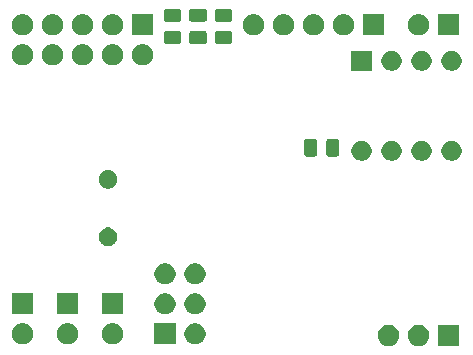
<source format=gbr>
G04 #@! TF.GenerationSoftware,KiCad,Pcbnew,5.1.5*
G04 #@! TF.CreationDate,2020-04-28T14:05:52+02:00*
G04 #@! TF.ProjectId,avr-wave,6176722d-7761-4766-952e-6b696361645f,2*
G04 #@! TF.SameCoordinates,Original*
G04 #@! TF.FileFunction,Soldermask,Bot*
G04 #@! TF.FilePolarity,Negative*
%FSLAX46Y46*%
G04 Gerber Fmt 4.6, Leading zero omitted, Abs format (unit mm)*
G04 Created by KiCad (PCBNEW 5.1.5) date 2020-04-28 14:05:52*
%MOMM*%
%LPD*%
G04 APERTURE LIST*
%ADD10C,0.100000*%
G04 APERTURE END LIST*
D10*
G36*
X153021512Y-87241927D02*
G01*
X153170812Y-87271624D01*
X153334784Y-87339544D01*
X153482354Y-87438147D01*
X153607853Y-87563646D01*
X153706456Y-87711216D01*
X153774376Y-87875188D01*
X153809000Y-88049259D01*
X153809000Y-88226741D01*
X153774376Y-88400812D01*
X153706456Y-88564784D01*
X153607853Y-88712354D01*
X153482354Y-88837853D01*
X153334784Y-88936456D01*
X153170812Y-89004376D01*
X153021512Y-89034073D01*
X152996742Y-89039000D01*
X152819258Y-89039000D01*
X152794488Y-89034073D01*
X152645188Y-89004376D01*
X152481216Y-88936456D01*
X152333646Y-88837853D01*
X152208147Y-88712354D01*
X152109544Y-88564784D01*
X152041624Y-88400812D01*
X152007000Y-88226741D01*
X152007000Y-88049259D01*
X152041624Y-87875188D01*
X152109544Y-87711216D01*
X152208147Y-87563646D01*
X152333646Y-87438147D01*
X152481216Y-87339544D01*
X152645188Y-87271624D01*
X152794488Y-87241927D01*
X152819258Y-87237000D01*
X152996742Y-87237000D01*
X153021512Y-87241927D01*
G37*
G36*
X155561512Y-87241927D02*
G01*
X155710812Y-87271624D01*
X155874784Y-87339544D01*
X156022354Y-87438147D01*
X156147853Y-87563646D01*
X156246456Y-87711216D01*
X156314376Y-87875188D01*
X156349000Y-88049259D01*
X156349000Y-88226741D01*
X156314376Y-88400812D01*
X156246456Y-88564784D01*
X156147853Y-88712354D01*
X156022354Y-88837853D01*
X155874784Y-88936456D01*
X155710812Y-89004376D01*
X155561512Y-89034073D01*
X155536742Y-89039000D01*
X155359258Y-89039000D01*
X155334488Y-89034073D01*
X155185188Y-89004376D01*
X155021216Y-88936456D01*
X154873646Y-88837853D01*
X154748147Y-88712354D01*
X154649544Y-88564784D01*
X154581624Y-88400812D01*
X154547000Y-88226741D01*
X154547000Y-88049259D01*
X154581624Y-87875188D01*
X154649544Y-87711216D01*
X154748147Y-87563646D01*
X154873646Y-87438147D01*
X155021216Y-87339544D01*
X155185188Y-87271624D01*
X155334488Y-87241927D01*
X155359258Y-87237000D01*
X155536742Y-87237000D01*
X155561512Y-87241927D01*
G37*
G36*
X158889000Y-89039000D02*
G01*
X157087000Y-89039000D01*
X157087000Y-87237000D01*
X158889000Y-87237000D01*
X158889000Y-89039000D01*
G37*
G36*
X129653512Y-87114927D02*
G01*
X129802812Y-87144624D01*
X129966784Y-87212544D01*
X130114354Y-87311147D01*
X130239853Y-87436646D01*
X130338456Y-87584216D01*
X130406376Y-87748188D01*
X130441000Y-87922259D01*
X130441000Y-88099741D01*
X130406376Y-88273812D01*
X130338456Y-88437784D01*
X130239853Y-88585354D01*
X130114354Y-88710853D01*
X129966784Y-88809456D01*
X129802812Y-88877376D01*
X129653512Y-88907073D01*
X129628742Y-88912000D01*
X129451258Y-88912000D01*
X129426488Y-88907073D01*
X129277188Y-88877376D01*
X129113216Y-88809456D01*
X128965646Y-88710853D01*
X128840147Y-88585354D01*
X128741544Y-88437784D01*
X128673624Y-88273812D01*
X128639000Y-88099741D01*
X128639000Y-87922259D01*
X128673624Y-87748188D01*
X128741544Y-87584216D01*
X128840147Y-87436646D01*
X128965646Y-87311147D01*
X129113216Y-87212544D01*
X129277188Y-87144624D01*
X129426488Y-87114927D01*
X129451258Y-87110000D01*
X129628742Y-87110000D01*
X129653512Y-87114927D01*
G37*
G36*
X125843512Y-87114927D02*
G01*
X125992812Y-87144624D01*
X126156784Y-87212544D01*
X126304354Y-87311147D01*
X126429853Y-87436646D01*
X126528456Y-87584216D01*
X126596376Y-87748188D01*
X126631000Y-87922259D01*
X126631000Y-88099741D01*
X126596376Y-88273812D01*
X126528456Y-88437784D01*
X126429853Y-88585354D01*
X126304354Y-88710853D01*
X126156784Y-88809456D01*
X125992812Y-88877376D01*
X125843512Y-88907073D01*
X125818742Y-88912000D01*
X125641258Y-88912000D01*
X125616488Y-88907073D01*
X125467188Y-88877376D01*
X125303216Y-88809456D01*
X125155646Y-88710853D01*
X125030147Y-88585354D01*
X124931544Y-88437784D01*
X124863624Y-88273812D01*
X124829000Y-88099741D01*
X124829000Y-87922259D01*
X124863624Y-87748188D01*
X124931544Y-87584216D01*
X125030147Y-87436646D01*
X125155646Y-87311147D01*
X125303216Y-87212544D01*
X125467188Y-87144624D01*
X125616488Y-87114927D01*
X125641258Y-87110000D01*
X125818742Y-87110000D01*
X125843512Y-87114927D01*
G37*
G36*
X122033512Y-87114927D02*
G01*
X122182812Y-87144624D01*
X122346784Y-87212544D01*
X122494354Y-87311147D01*
X122619853Y-87436646D01*
X122718456Y-87584216D01*
X122786376Y-87748188D01*
X122821000Y-87922259D01*
X122821000Y-88099741D01*
X122786376Y-88273812D01*
X122718456Y-88437784D01*
X122619853Y-88585354D01*
X122494354Y-88710853D01*
X122346784Y-88809456D01*
X122182812Y-88877376D01*
X122033512Y-88907073D01*
X122008742Y-88912000D01*
X121831258Y-88912000D01*
X121806488Y-88907073D01*
X121657188Y-88877376D01*
X121493216Y-88809456D01*
X121345646Y-88710853D01*
X121220147Y-88585354D01*
X121121544Y-88437784D01*
X121053624Y-88273812D01*
X121019000Y-88099741D01*
X121019000Y-87922259D01*
X121053624Y-87748188D01*
X121121544Y-87584216D01*
X121220147Y-87436646D01*
X121345646Y-87311147D01*
X121493216Y-87212544D01*
X121657188Y-87144624D01*
X121806488Y-87114927D01*
X121831258Y-87110000D01*
X122008742Y-87110000D01*
X122033512Y-87114927D01*
G37*
G36*
X134886000Y-88912000D02*
G01*
X133084000Y-88912000D01*
X133084000Y-87110000D01*
X134886000Y-87110000D01*
X134886000Y-88912000D01*
G37*
G36*
X136638512Y-87114927D02*
G01*
X136787812Y-87144624D01*
X136951784Y-87212544D01*
X137099354Y-87311147D01*
X137224853Y-87436646D01*
X137323456Y-87584216D01*
X137391376Y-87748188D01*
X137426000Y-87922259D01*
X137426000Y-88099741D01*
X137391376Y-88273812D01*
X137323456Y-88437784D01*
X137224853Y-88585354D01*
X137099354Y-88710853D01*
X136951784Y-88809456D01*
X136787812Y-88877376D01*
X136638512Y-88907073D01*
X136613742Y-88912000D01*
X136436258Y-88912000D01*
X136411488Y-88907073D01*
X136262188Y-88877376D01*
X136098216Y-88809456D01*
X135950646Y-88710853D01*
X135825147Y-88585354D01*
X135726544Y-88437784D01*
X135658624Y-88273812D01*
X135624000Y-88099741D01*
X135624000Y-87922259D01*
X135658624Y-87748188D01*
X135726544Y-87584216D01*
X135825147Y-87436646D01*
X135950646Y-87311147D01*
X136098216Y-87212544D01*
X136262188Y-87144624D01*
X136411488Y-87114927D01*
X136436258Y-87110000D01*
X136613742Y-87110000D01*
X136638512Y-87114927D01*
G37*
G36*
X126631000Y-86372000D02*
G01*
X124829000Y-86372000D01*
X124829000Y-84570000D01*
X126631000Y-84570000D01*
X126631000Y-86372000D01*
G37*
G36*
X130441000Y-86372000D02*
G01*
X128639000Y-86372000D01*
X128639000Y-84570000D01*
X130441000Y-84570000D01*
X130441000Y-86372000D01*
G37*
G36*
X134098512Y-84574927D02*
G01*
X134247812Y-84604624D01*
X134411784Y-84672544D01*
X134559354Y-84771147D01*
X134684853Y-84896646D01*
X134783456Y-85044216D01*
X134851376Y-85208188D01*
X134886000Y-85382259D01*
X134886000Y-85559741D01*
X134851376Y-85733812D01*
X134783456Y-85897784D01*
X134684853Y-86045354D01*
X134559354Y-86170853D01*
X134411784Y-86269456D01*
X134247812Y-86337376D01*
X134098512Y-86367073D01*
X134073742Y-86372000D01*
X133896258Y-86372000D01*
X133871488Y-86367073D01*
X133722188Y-86337376D01*
X133558216Y-86269456D01*
X133410646Y-86170853D01*
X133285147Y-86045354D01*
X133186544Y-85897784D01*
X133118624Y-85733812D01*
X133084000Y-85559741D01*
X133084000Y-85382259D01*
X133118624Y-85208188D01*
X133186544Y-85044216D01*
X133285147Y-84896646D01*
X133410646Y-84771147D01*
X133558216Y-84672544D01*
X133722188Y-84604624D01*
X133871488Y-84574927D01*
X133896258Y-84570000D01*
X134073742Y-84570000D01*
X134098512Y-84574927D01*
G37*
G36*
X136638512Y-84574927D02*
G01*
X136787812Y-84604624D01*
X136951784Y-84672544D01*
X137099354Y-84771147D01*
X137224853Y-84896646D01*
X137323456Y-85044216D01*
X137391376Y-85208188D01*
X137426000Y-85382259D01*
X137426000Y-85559741D01*
X137391376Y-85733812D01*
X137323456Y-85897784D01*
X137224853Y-86045354D01*
X137099354Y-86170853D01*
X136951784Y-86269456D01*
X136787812Y-86337376D01*
X136638512Y-86367073D01*
X136613742Y-86372000D01*
X136436258Y-86372000D01*
X136411488Y-86367073D01*
X136262188Y-86337376D01*
X136098216Y-86269456D01*
X135950646Y-86170853D01*
X135825147Y-86045354D01*
X135726544Y-85897784D01*
X135658624Y-85733812D01*
X135624000Y-85559741D01*
X135624000Y-85382259D01*
X135658624Y-85208188D01*
X135726544Y-85044216D01*
X135825147Y-84896646D01*
X135950646Y-84771147D01*
X136098216Y-84672544D01*
X136262188Y-84604624D01*
X136411488Y-84574927D01*
X136436258Y-84570000D01*
X136613742Y-84570000D01*
X136638512Y-84574927D01*
G37*
G36*
X122821000Y-86372000D02*
G01*
X121019000Y-86372000D01*
X121019000Y-84570000D01*
X122821000Y-84570000D01*
X122821000Y-86372000D01*
G37*
G36*
X136638512Y-82034927D02*
G01*
X136787812Y-82064624D01*
X136951784Y-82132544D01*
X137099354Y-82231147D01*
X137224853Y-82356646D01*
X137323456Y-82504216D01*
X137391376Y-82668188D01*
X137426000Y-82842259D01*
X137426000Y-83019741D01*
X137391376Y-83193812D01*
X137323456Y-83357784D01*
X137224853Y-83505354D01*
X137099354Y-83630853D01*
X136951784Y-83729456D01*
X136787812Y-83797376D01*
X136638512Y-83827073D01*
X136613742Y-83832000D01*
X136436258Y-83832000D01*
X136411488Y-83827073D01*
X136262188Y-83797376D01*
X136098216Y-83729456D01*
X135950646Y-83630853D01*
X135825147Y-83505354D01*
X135726544Y-83357784D01*
X135658624Y-83193812D01*
X135624000Y-83019741D01*
X135624000Y-82842259D01*
X135658624Y-82668188D01*
X135726544Y-82504216D01*
X135825147Y-82356646D01*
X135950646Y-82231147D01*
X136098216Y-82132544D01*
X136262188Y-82064624D01*
X136411488Y-82034927D01*
X136436258Y-82030000D01*
X136613742Y-82030000D01*
X136638512Y-82034927D01*
G37*
G36*
X134098512Y-82034927D02*
G01*
X134247812Y-82064624D01*
X134411784Y-82132544D01*
X134559354Y-82231147D01*
X134684853Y-82356646D01*
X134783456Y-82504216D01*
X134851376Y-82668188D01*
X134886000Y-82842259D01*
X134886000Y-83019741D01*
X134851376Y-83193812D01*
X134783456Y-83357784D01*
X134684853Y-83505354D01*
X134559354Y-83630853D01*
X134411784Y-83729456D01*
X134247812Y-83797376D01*
X134098512Y-83827073D01*
X134073742Y-83832000D01*
X133896258Y-83832000D01*
X133871488Y-83827073D01*
X133722188Y-83797376D01*
X133558216Y-83729456D01*
X133410646Y-83630853D01*
X133285147Y-83505354D01*
X133186544Y-83357784D01*
X133118624Y-83193812D01*
X133084000Y-83019741D01*
X133084000Y-82842259D01*
X133118624Y-82668188D01*
X133186544Y-82504216D01*
X133285147Y-82356646D01*
X133410646Y-82231147D01*
X133558216Y-82132544D01*
X133722188Y-82064624D01*
X133871488Y-82034927D01*
X133896258Y-82030000D01*
X134073742Y-82030000D01*
X134098512Y-82034927D01*
G37*
G36*
X129392642Y-79039781D02*
G01*
X129538414Y-79100162D01*
X129538416Y-79100163D01*
X129669608Y-79187822D01*
X129781178Y-79299392D01*
X129868837Y-79430584D01*
X129868838Y-79430586D01*
X129929219Y-79576358D01*
X129960000Y-79731107D01*
X129960000Y-79888893D01*
X129929219Y-80043642D01*
X129868838Y-80189414D01*
X129868837Y-80189416D01*
X129781178Y-80320608D01*
X129669608Y-80432178D01*
X129538416Y-80519837D01*
X129538415Y-80519838D01*
X129538414Y-80519838D01*
X129392642Y-80580219D01*
X129237893Y-80611000D01*
X129080107Y-80611000D01*
X128925358Y-80580219D01*
X128779586Y-80519838D01*
X128779585Y-80519838D01*
X128779584Y-80519837D01*
X128648392Y-80432178D01*
X128536822Y-80320608D01*
X128449163Y-80189416D01*
X128449162Y-80189414D01*
X128388781Y-80043642D01*
X128358000Y-79888893D01*
X128358000Y-79731107D01*
X128388781Y-79576358D01*
X128449162Y-79430586D01*
X128449163Y-79430584D01*
X128536822Y-79299392D01*
X128648392Y-79187822D01*
X128779584Y-79100163D01*
X128779586Y-79100162D01*
X128925358Y-79039781D01*
X129080107Y-79009000D01*
X129237893Y-79009000D01*
X129392642Y-79039781D01*
G37*
G36*
X129392642Y-74159781D02*
G01*
X129538414Y-74220162D01*
X129538416Y-74220163D01*
X129669608Y-74307822D01*
X129781178Y-74419392D01*
X129868837Y-74550584D01*
X129868838Y-74550586D01*
X129929219Y-74696358D01*
X129960000Y-74851107D01*
X129960000Y-75008893D01*
X129929219Y-75163642D01*
X129868838Y-75309414D01*
X129868837Y-75309416D01*
X129781178Y-75440608D01*
X129669608Y-75552178D01*
X129538416Y-75639837D01*
X129538415Y-75639838D01*
X129538414Y-75639838D01*
X129392642Y-75700219D01*
X129237893Y-75731000D01*
X129080107Y-75731000D01*
X128925358Y-75700219D01*
X128779586Y-75639838D01*
X128779585Y-75639838D01*
X128779584Y-75639837D01*
X128648392Y-75552178D01*
X128536822Y-75440608D01*
X128449163Y-75309416D01*
X128449162Y-75309414D01*
X128388781Y-75163642D01*
X128358000Y-75008893D01*
X128358000Y-74851107D01*
X128388781Y-74696358D01*
X128449162Y-74550586D01*
X128449163Y-74550584D01*
X128536822Y-74419392D01*
X128648392Y-74307822D01*
X128779584Y-74220163D01*
X128779586Y-74220162D01*
X128925358Y-74159781D01*
X129080107Y-74129000D01*
X129237893Y-74129000D01*
X129392642Y-74159781D01*
G37*
G36*
X158490228Y-71698703D02*
G01*
X158645100Y-71762853D01*
X158784481Y-71855985D01*
X158903015Y-71974519D01*
X158996147Y-72113900D01*
X159060297Y-72268772D01*
X159093000Y-72433184D01*
X159093000Y-72600816D01*
X159060297Y-72765228D01*
X158996147Y-72920100D01*
X158903015Y-73059481D01*
X158784481Y-73178015D01*
X158645100Y-73271147D01*
X158490228Y-73335297D01*
X158325816Y-73368000D01*
X158158184Y-73368000D01*
X157993772Y-73335297D01*
X157838900Y-73271147D01*
X157699519Y-73178015D01*
X157580985Y-73059481D01*
X157487853Y-72920100D01*
X157423703Y-72765228D01*
X157391000Y-72600816D01*
X157391000Y-72433184D01*
X157423703Y-72268772D01*
X157487853Y-72113900D01*
X157580985Y-71974519D01*
X157699519Y-71855985D01*
X157838900Y-71762853D01*
X157993772Y-71698703D01*
X158158184Y-71666000D01*
X158325816Y-71666000D01*
X158490228Y-71698703D01*
G37*
G36*
X155950228Y-71698703D02*
G01*
X156105100Y-71762853D01*
X156244481Y-71855985D01*
X156363015Y-71974519D01*
X156456147Y-72113900D01*
X156520297Y-72268772D01*
X156553000Y-72433184D01*
X156553000Y-72600816D01*
X156520297Y-72765228D01*
X156456147Y-72920100D01*
X156363015Y-73059481D01*
X156244481Y-73178015D01*
X156105100Y-73271147D01*
X155950228Y-73335297D01*
X155785816Y-73368000D01*
X155618184Y-73368000D01*
X155453772Y-73335297D01*
X155298900Y-73271147D01*
X155159519Y-73178015D01*
X155040985Y-73059481D01*
X154947853Y-72920100D01*
X154883703Y-72765228D01*
X154851000Y-72600816D01*
X154851000Y-72433184D01*
X154883703Y-72268772D01*
X154947853Y-72113900D01*
X155040985Y-71974519D01*
X155159519Y-71855985D01*
X155298900Y-71762853D01*
X155453772Y-71698703D01*
X155618184Y-71666000D01*
X155785816Y-71666000D01*
X155950228Y-71698703D01*
G37*
G36*
X153410228Y-71698703D02*
G01*
X153565100Y-71762853D01*
X153704481Y-71855985D01*
X153823015Y-71974519D01*
X153916147Y-72113900D01*
X153980297Y-72268772D01*
X154013000Y-72433184D01*
X154013000Y-72600816D01*
X153980297Y-72765228D01*
X153916147Y-72920100D01*
X153823015Y-73059481D01*
X153704481Y-73178015D01*
X153565100Y-73271147D01*
X153410228Y-73335297D01*
X153245816Y-73368000D01*
X153078184Y-73368000D01*
X152913772Y-73335297D01*
X152758900Y-73271147D01*
X152619519Y-73178015D01*
X152500985Y-73059481D01*
X152407853Y-72920100D01*
X152343703Y-72765228D01*
X152311000Y-72600816D01*
X152311000Y-72433184D01*
X152343703Y-72268772D01*
X152407853Y-72113900D01*
X152500985Y-71974519D01*
X152619519Y-71855985D01*
X152758900Y-71762853D01*
X152913772Y-71698703D01*
X153078184Y-71666000D01*
X153245816Y-71666000D01*
X153410228Y-71698703D01*
G37*
G36*
X150870228Y-71698703D02*
G01*
X151025100Y-71762853D01*
X151164481Y-71855985D01*
X151283015Y-71974519D01*
X151376147Y-72113900D01*
X151440297Y-72268772D01*
X151473000Y-72433184D01*
X151473000Y-72600816D01*
X151440297Y-72765228D01*
X151376147Y-72920100D01*
X151283015Y-73059481D01*
X151164481Y-73178015D01*
X151025100Y-73271147D01*
X150870228Y-73335297D01*
X150705816Y-73368000D01*
X150538184Y-73368000D01*
X150373772Y-73335297D01*
X150218900Y-73271147D01*
X150079519Y-73178015D01*
X149960985Y-73059481D01*
X149867853Y-72920100D01*
X149803703Y-72765228D01*
X149771000Y-72600816D01*
X149771000Y-72433184D01*
X149803703Y-72268772D01*
X149867853Y-72113900D01*
X149960985Y-71974519D01*
X150079519Y-71855985D01*
X150218900Y-71762853D01*
X150373772Y-71698703D01*
X150538184Y-71666000D01*
X150705816Y-71666000D01*
X150870228Y-71698703D01*
G37*
G36*
X146684468Y-71503565D02*
G01*
X146723138Y-71515296D01*
X146758777Y-71534346D01*
X146790017Y-71559983D01*
X146815654Y-71591223D01*
X146834704Y-71626862D01*
X146846435Y-71665532D01*
X146851000Y-71711888D01*
X146851000Y-72788112D01*
X146846435Y-72834468D01*
X146834704Y-72873138D01*
X146815654Y-72908777D01*
X146790017Y-72940017D01*
X146758777Y-72965654D01*
X146723138Y-72984704D01*
X146684468Y-72996435D01*
X146638112Y-73001000D01*
X145986888Y-73001000D01*
X145940532Y-72996435D01*
X145901862Y-72984704D01*
X145866223Y-72965654D01*
X145834983Y-72940017D01*
X145809346Y-72908777D01*
X145790296Y-72873138D01*
X145778565Y-72834468D01*
X145774000Y-72788112D01*
X145774000Y-71711888D01*
X145778565Y-71665532D01*
X145790296Y-71626862D01*
X145809346Y-71591223D01*
X145834983Y-71559983D01*
X145866223Y-71534346D01*
X145901862Y-71515296D01*
X145940532Y-71503565D01*
X145986888Y-71499000D01*
X146638112Y-71499000D01*
X146684468Y-71503565D01*
G37*
G36*
X148559468Y-71503565D02*
G01*
X148598138Y-71515296D01*
X148633777Y-71534346D01*
X148665017Y-71559983D01*
X148690654Y-71591223D01*
X148709704Y-71626862D01*
X148721435Y-71665532D01*
X148726000Y-71711888D01*
X148726000Y-72788112D01*
X148721435Y-72834468D01*
X148709704Y-72873138D01*
X148690654Y-72908777D01*
X148665017Y-72940017D01*
X148633777Y-72965654D01*
X148598138Y-72984704D01*
X148559468Y-72996435D01*
X148513112Y-73001000D01*
X147861888Y-73001000D01*
X147815532Y-72996435D01*
X147776862Y-72984704D01*
X147741223Y-72965654D01*
X147709983Y-72940017D01*
X147684346Y-72908777D01*
X147665296Y-72873138D01*
X147653565Y-72834468D01*
X147649000Y-72788112D01*
X147649000Y-71711888D01*
X147653565Y-71665532D01*
X147665296Y-71626862D01*
X147684346Y-71591223D01*
X147709983Y-71559983D01*
X147741223Y-71534346D01*
X147776862Y-71515296D01*
X147815532Y-71503565D01*
X147861888Y-71499000D01*
X148513112Y-71499000D01*
X148559468Y-71503565D01*
G37*
G36*
X158490228Y-64078703D02*
G01*
X158645100Y-64142853D01*
X158784481Y-64235985D01*
X158903015Y-64354519D01*
X158996147Y-64493900D01*
X159060297Y-64648772D01*
X159093000Y-64813184D01*
X159093000Y-64980816D01*
X159060297Y-65145228D01*
X158996147Y-65300100D01*
X158903015Y-65439481D01*
X158784481Y-65558015D01*
X158645100Y-65651147D01*
X158490228Y-65715297D01*
X158325816Y-65748000D01*
X158158184Y-65748000D01*
X157993772Y-65715297D01*
X157838900Y-65651147D01*
X157699519Y-65558015D01*
X157580985Y-65439481D01*
X157487853Y-65300100D01*
X157423703Y-65145228D01*
X157391000Y-64980816D01*
X157391000Y-64813184D01*
X157423703Y-64648772D01*
X157487853Y-64493900D01*
X157580985Y-64354519D01*
X157699519Y-64235985D01*
X157838900Y-64142853D01*
X157993772Y-64078703D01*
X158158184Y-64046000D01*
X158325816Y-64046000D01*
X158490228Y-64078703D01*
G37*
G36*
X151473000Y-65748000D02*
G01*
X149771000Y-65748000D01*
X149771000Y-64046000D01*
X151473000Y-64046000D01*
X151473000Y-65748000D01*
G37*
G36*
X153410228Y-64078703D02*
G01*
X153565100Y-64142853D01*
X153704481Y-64235985D01*
X153823015Y-64354519D01*
X153916147Y-64493900D01*
X153980297Y-64648772D01*
X154013000Y-64813184D01*
X154013000Y-64980816D01*
X153980297Y-65145228D01*
X153916147Y-65300100D01*
X153823015Y-65439481D01*
X153704481Y-65558015D01*
X153565100Y-65651147D01*
X153410228Y-65715297D01*
X153245816Y-65748000D01*
X153078184Y-65748000D01*
X152913772Y-65715297D01*
X152758900Y-65651147D01*
X152619519Y-65558015D01*
X152500985Y-65439481D01*
X152407853Y-65300100D01*
X152343703Y-65145228D01*
X152311000Y-64980816D01*
X152311000Y-64813184D01*
X152343703Y-64648772D01*
X152407853Y-64493900D01*
X152500985Y-64354519D01*
X152619519Y-64235985D01*
X152758900Y-64142853D01*
X152913772Y-64078703D01*
X153078184Y-64046000D01*
X153245816Y-64046000D01*
X153410228Y-64078703D01*
G37*
G36*
X155950228Y-64078703D02*
G01*
X156105100Y-64142853D01*
X156244481Y-64235985D01*
X156363015Y-64354519D01*
X156456147Y-64493900D01*
X156520297Y-64648772D01*
X156553000Y-64813184D01*
X156553000Y-64980816D01*
X156520297Y-65145228D01*
X156456147Y-65300100D01*
X156363015Y-65439481D01*
X156244481Y-65558015D01*
X156105100Y-65651147D01*
X155950228Y-65715297D01*
X155785816Y-65748000D01*
X155618184Y-65748000D01*
X155453772Y-65715297D01*
X155298900Y-65651147D01*
X155159519Y-65558015D01*
X155040985Y-65439481D01*
X154947853Y-65300100D01*
X154883703Y-65145228D01*
X154851000Y-64980816D01*
X154851000Y-64813184D01*
X154883703Y-64648772D01*
X154947853Y-64493900D01*
X155040985Y-64354519D01*
X155159519Y-64235985D01*
X155298900Y-64142853D01*
X155453772Y-64078703D01*
X155618184Y-64046000D01*
X155785816Y-64046000D01*
X155950228Y-64078703D01*
G37*
G36*
X129653512Y-63492927D02*
G01*
X129802812Y-63522624D01*
X129966784Y-63590544D01*
X130114354Y-63689147D01*
X130239853Y-63814646D01*
X130338456Y-63962216D01*
X130406376Y-64126188D01*
X130441000Y-64300259D01*
X130441000Y-64477741D01*
X130406376Y-64651812D01*
X130338456Y-64815784D01*
X130239853Y-64963354D01*
X130114354Y-65088853D01*
X129966784Y-65187456D01*
X129802812Y-65255376D01*
X129653512Y-65285073D01*
X129628742Y-65290000D01*
X129451258Y-65290000D01*
X129426488Y-65285073D01*
X129277188Y-65255376D01*
X129113216Y-65187456D01*
X128965646Y-65088853D01*
X128840147Y-64963354D01*
X128741544Y-64815784D01*
X128673624Y-64651812D01*
X128639000Y-64477741D01*
X128639000Y-64300259D01*
X128673624Y-64126188D01*
X128741544Y-63962216D01*
X128840147Y-63814646D01*
X128965646Y-63689147D01*
X129113216Y-63590544D01*
X129277188Y-63522624D01*
X129426488Y-63492927D01*
X129451258Y-63488000D01*
X129628742Y-63488000D01*
X129653512Y-63492927D01*
G37*
G36*
X132193512Y-63492927D02*
G01*
X132342812Y-63522624D01*
X132506784Y-63590544D01*
X132654354Y-63689147D01*
X132779853Y-63814646D01*
X132878456Y-63962216D01*
X132946376Y-64126188D01*
X132981000Y-64300259D01*
X132981000Y-64477741D01*
X132946376Y-64651812D01*
X132878456Y-64815784D01*
X132779853Y-64963354D01*
X132654354Y-65088853D01*
X132506784Y-65187456D01*
X132342812Y-65255376D01*
X132193512Y-65285073D01*
X132168742Y-65290000D01*
X131991258Y-65290000D01*
X131966488Y-65285073D01*
X131817188Y-65255376D01*
X131653216Y-65187456D01*
X131505646Y-65088853D01*
X131380147Y-64963354D01*
X131281544Y-64815784D01*
X131213624Y-64651812D01*
X131179000Y-64477741D01*
X131179000Y-64300259D01*
X131213624Y-64126188D01*
X131281544Y-63962216D01*
X131380147Y-63814646D01*
X131505646Y-63689147D01*
X131653216Y-63590544D01*
X131817188Y-63522624D01*
X131966488Y-63492927D01*
X131991258Y-63488000D01*
X132168742Y-63488000D01*
X132193512Y-63492927D01*
G37*
G36*
X122033512Y-63492927D02*
G01*
X122182812Y-63522624D01*
X122346784Y-63590544D01*
X122494354Y-63689147D01*
X122619853Y-63814646D01*
X122718456Y-63962216D01*
X122786376Y-64126188D01*
X122821000Y-64300259D01*
X122821000Y-64477741D01*
X122786376Y-64651812D01*
X122718456Y-64815784D01*
X122619853Y-64963354D01*
X122494354Y-65088853D01*
X122346784Y-65187456D01*
X122182812Y-65255376D01*
X122033512Y-65285073D01*
X122008742Y-65290000D01*
X121831258Y-65290000D01*
X121806488Y-65285073D01*
X121657188Y-65255376D01*
X121493216Y-65187456D01*
X121345646Y-65088853D01*
X121220147Y-64963354D01*
X121121544Y-64815784D01*
X121053624Y-64651812D01*
X121019000Y-64477741D01*
X121019000Y-64300259D01*
X121053624Y-64126188D01*
X121121544Y-63962216D01*
X121220147Y-63814646D01*
X121345646Y-63689147D01*
X121493216Y-63590544D01*
X121657188Y-63522624D01*
X121806488Y-63492927D01*
X121831258Y-63488000D01*
X122008742Y-63488000D01*
X122033512Y-63492927D01*
G37*
G36*
X127113512Y-63492927D02*
G01*
X127262812Y-63522624D01*
X127426784Y-63590544D01*
X127574354Y-63689147D01*
X127699853Y-63814646D01*
X127798456Y-63962216D01*
X127866376Y-64126188D01*
X127901000Y-64300259D01*
X127901000Y-64477741D01*
X127866376Y-64651812D01*
X127798456Y-64815784D01*
X127699853Y-64963354D01*
X127574354Y-65088853D01*
X127426784Y-65187456D01*
X127262812Y-65255376D01*
X127113512Y-65285073D01*
X127088742Y-65290000D01*
X126911258Y-65290000D01*
X126886488Y-65285073D01*
X126737188Y-65255376D01*
X126573216Y-65187456D01*
X126425646Y-65088853D01*
X126300147Y-64963354D01*
X126201544Y-64815784D01*
X126133624Y-64651812D01*
X126099000Y-64477741D01*
X126099000Y-64300259D01*
X126133624Y-64126188D01*
X126201544Y-63962216D01*
X126300147Y-63814646D01*
X126425646Y-63689147D01*
X126573216Y-63590544D01*
X126737188Y-63522624D01*
X126886488Y-63492927D01*
X126911258Y-63488000D01*
X127088742Y-63488000D01*
X127113512Y-63492927D01*
G37*
G36*
X124573512Y-63492927D02*
G01*
X124722812Y-63522624D01*
X124886784Y-63590544D01*
X125034354Y-63689147D01*
X125159853Y-63814646D01*
X125258456Y-63962216D01*
X125326376Y-64126188D01*
X125361000Y-64300259D01*
X125361000Y-64477741D01*
X125326376Y-64651812D01*
X125258456Y-64815784D01*
X125159853Y-64963354D01*
X125034354Y-65088853D01*
X124886784Y-65187456D01*
X124722812Y-65255376D01*
X124573512Y-65285073D01*
X124548742Y-65290000D01*
X124371258Y-65290000D01*
X124346488Y-65285073D01*
X124197188Y-65255376D01*
X124033216Y-65187456D01*
X123885646Y-65088853D01*
X123760147Y-64963354D01*
X123661544Y-64815784D01*
X123593624Y-64651812D01*
X123559000Y-64477741D01*
X123559000Y-64300259D01*
X123593624Y-64126188D01*
X123661544Y-63962216D01*
X123760147Y-63814646D01*
X123885646Y-63689147D01*
X124033216Y-63590544D01*
X124197188Y-63522624D01*
X124346488Y-63492927D01*
X124371258Y-63488000D01*
X124548742Y-63488000D01*
X124573512Y-63492927D01*
G37*
G36*
X135204468Y-62379565D02*
G01*
X135243138Y-62391296D01*
X135278777Y-62410346D01*
X135310017Y-62435983D01*
X135335654Y-62467223D01*
X135354704Y-62502862D01*
X135366435Y-62541532D01*
X135371000Y-62587888D01*
X135371000Y-63239112D01*
X135366435Y-63285468D01*
X135354704Y-63324138D01*
X135335654Y-63359777D01*
X135310017Y-63391017D01*
X135278777Y-63416654D01*
X135243138Y-63435704D01*
X135204468Y-63447435D01*
X135158112Y-63452000D01*
X134081888Y-63452000D01*
X134035532Y-63447435D01*
X133996862Y-63435704D01*
X133961223Y-63416654D01*
X133929983Y-63391017D01*
X133904346Y-63359777D01*
X133885296Y-63324138D01*
X133873565Y-63285468D01*
X133869000Y-63239112D01*
X133869000Y-62587888D01*
X133873565Y-62541532D01*
X133885296Y-62502862D01*
X133904346Y-62467223D01*
X133929983Y-62435983D01*
X133961223Y-62410346D01*
X133996862Y-62391296D01*
X134035532Y-62379565D01*
X134081888Y-62375000D01*
X135158112Y-62375000D01*
X135204468Y-62379565D01*
G37*
G36*
X137363468Y-62379565D02*
G01*
X137402138Y-62391296D01*
X137437777Y-62410346D01*
X137469017Y-62435983D01*
X137494654Y-62467223D01*
X137513704Y-62502862D01*
X137525435Y-62541532D01*
X137530000Y-62587888D01*
X137530000Y-63239112D01*
X137525435Y-63285468D01*
X137513704Y-63324138D01*
X137494654Y-63359777D01*
X137469017Y-63391017D01*
X137437777Y-63416654D01*
X137402138Y-63435704D01*
X137363468Y-63447435D01*
X137317112Y-63452000D01*
X136240888Y-63452000D01*
X136194532Y-63447435D01*
X136155862Y-63435704D01*
X136120223Y-63416654D01*
X136088983Y-63391017D01*
X136063346Y-63359777D01*
X136044296Y-63324138D01*
X136032565Y-63285468D01*
X136028000Y-63239112D01*
X136028000Y-62587888D01*
X136032565Y-62541532D01*
X136044296Y-62502862D01*
X136063346Y-62467223D01*
X136088983Y-62435983D01*
X136120223Y-62410346D01*
X136155862Y-62391296D01*
X136194532Y-62379565D01*
X136240888Y-62375000D01*
X137317112Y-62375000D01*
X137363468Y-62379565D01*
G37*
G36*
X139522468Y-62379565D02*
G01*
X139561138Y-62391296D01*
X139596777Y-62410346D01*
X139628017Y-62435983D01*
X139653654Y-62467223D01*
X139672704Y-62502862D01*
X139684435Y-62541532D01*
X139689000Y-62587888D01*
X139689000Y-63239112D01*
X139684435Y-63285468D01*
X139672704Y-63324138D01*
X139653654Y-63359777D01*
X139628017Y-63391017D01*
X139596777Y-63416654D01*
X139561138Y-63435704D01*
X139522468Y-63447435D01*
X139476112Y-63452000D01*
X138399888Y-63452000D01*
X138353532Y-63447435D01*
X138314862Y-63435704D01*
X138279223Y-63416654D01*
X138247983Y-63391017D01*
X138222346Y-63359777D01*
X138203296Y-63324138D01*
X138191565Y-63285468D01*
X138187000Y-63239112D01*
X138187000Y-62587888D01*
X138191565Y-62541532D01*
X138203296Y-62502862D01*
X138222346Y-62467223D01*
X138247983Y-62435983D01*
X138279223Y-62410346D01*
X138314862Y-62391296D01*
X138353532Y-62379565D01*
X138399888Y-62375000D01*
X139476112Y-62375000D01*
X139522468Y-62379565D01*
G37*
G36*
X158889000Y-62750000D02*
G01*
X157087000Y-62750000D01*
X157087000Y-60948000D01*
X158889000Y-60948000D01*
X158889000Y-62750000D01*
G37*
G36*
X155561512Y-60952927D02*
G01*
X155710812Y-60982624D01*
X155874784Y-61050544D01*
X156022354Y-61149147D01*
X156147853Y-61274646D01*
X156246456Y-61422216D01*
X156314376Y-61586188D01*
X156349000Y-61760259D01*
X156349000Y-61937741D01*
X156314376Y-62111812D01*
X156246456Y-62275784D01*
X156147853Y-62423354D01*
X156022354Y-62548853D01*
X155874784Y-62647456D01*
X155710812Y-62715376D01*
X155561512Y-62745073D01*
X155536742Y-62750000D01*
X155359258Y-62750000D01*
X155334488Y-62745073D01*
X155185188Y-62715376D01*
X155021216Y-62647456D01*
X154873646Y-62548853D01*
X154748147Y-62423354D01*
X154649544Y-62275784D01*
X154581624Y-62111812D01*
X154547000Y-61937741D01*
X154547000Y-61760259D01*
X154581624Y-61586188D01*
X154649544Y-61422216D01*
X154748147Y-61274646D01*
X154873646Y-61149147D01*
X155021216Y-61050544D01*
X155185188Y-60982624D01*
X155334488Y-60952927D01*
X155359258Y-60948000D01*
X155536742Y-60948000D01*
X155561512Y-60952927D01*
G37*
G36*
X146671512Y-60952927D02*
G01*
X146820812Y-60982624D01*
X146984784Y-61050544D01*
X147132354Y-61149147D01*
X147257853Y-61274646D01*
X147356456Y-61422216D01*
X147424376Y-61586188D01*
X147459000Y-61760259D01*
X147459000Y-61937741D01*
X147424376Y-62111812D01*
X147356456Y-62275784D01*
X147257853Y-62423354D01*
X147132354Y-62548853D01*
X146984784Y-62647456D01*
X146820812Y-62715376D01*
X146671512Y-62745073D01*
X146646742Y-62750000D01*
X146469258Y-62750000D01*
X146444488Y-62745073D01*
X146295188Y-62715376D01*
X146131216Y-62647456D01*
X145983646Y-62548853D01*
X145858147Y-62423354D01*
X145759544Y-62275784D01*
X145691624Y-62111812D01*
X145657000Y-61937741D01*
X145657000Y-61760259D01*
X145691624Y-61586188D01*
X145759544Y-61422216D01*
X145858147Y-61274646D01*
X145983646Y-61149147D01*
X146131216Y-61050544D01*
X146295188Y-60982624D01*
X146444488Y-60952927D01*
X146469258Y-60948000D01*
X146646742Y-60948000D01*
X146671512Y-60952927D01*
G37*
G36*
X149211512Y-60952927D02*
G01*
X149360812Y-60982624D01*
X149524784Y-61050544D01*
X149672354Y-61149147D01*
X149797853Y-61274646D01*
X149896456Y-61422216D01*
X149964376Y-61586188D01*
X149999000Y-61760259D01*
X149999000Y-61937741D01*
X149964376Y-62111812D01*
X149896456Y-62275784D01*
X149797853Y-62423354D01*
X149672354Y-62548853D01*
X149524784Y-62647456D01*
X149360812Y-62715376D01*
X149211512Y-62745073D01*
X149186742Y-62750000D01*
X149009258Y-62750000D01*
X148984488Y-62745073D01*
X148835188Y-62715376D01*
X148671216Y-62647456D01*
X148523646Y-62548853D01*
X148398147Y-62423354D01*
X148299544Y-62275784D01*
X148231624Y-62111812D01*
X148197000Y-61937741D01*
X148197000Y-61760259D01*
X148231624Y-61586188D01*
X148299544Y-61422216D01*
X148398147Y-61274646D01*
X148523646Y-61149147D01*
X148671216Y-61050544D01*
X148835188Y-60982624D01*
X148984488Y-60952927D01*
X149009258Y-60948000D01*
X149186742Y-60948000D01*
X149211512Y-60952927D01*
G37*
G36*
X141591512Y-60952927D02*
G01*
X141740812Y-60982624D01*
X141904784Y-61050544D01*
X142052354Y-61149147D01*
X142177853Y-61274646D01*
X142276456Y-61422216D01*
X142344376Y-61586188D01*
X142379000Y-61760259D01*
X142379000Y-61937741D01*
X142344376Y-62111812D01*
X142276456Y-62275784D01*
X142177853Y-62423354D01*
X142052354Y-62548853D01*
X141904784Y-62647456D01*
X141740812Y-62715376D01*
X141591512Y-62745073D01*
X141566742Y-62750000D01*
X141389258Y-62750000D01*
X141364488Y-62745073D01*
X141215188Y-62715376D01*
X141051216Y-62647456D01*
X140903646Y-62548853D01*
X140778147Y-62423354D01*
X140679544Y-62275784D01*
X140611624Y-62111812D01*
X140577000Y-61937741D01*
X140577000Y-61760259D01*
X140611624Y-61586188D01*
X140679544Y-61422216D01*
X140778147Y-61274646D01*
X140903646Y-61149147D01*
X141051216Y-61050544D01*
X141215188Y-60982624D01*
X141364488Y-60952927D01*
X141389258Y-60948000D01*
X141566742Y-60948000D01*
X141591512Y-60952927D01*
G37*
G36*
X144131512Y-60952927D02*
G01*
X144280812Y-60982624D01*
X144444784Y-61050544D01*
X144592354Y-61149147D01*
X144717853Y-61274646D01*
X144816456Y-61422216D01*
X144884376Y-61586188D01*
X144919000Y-61760259D01*
X144919000Y-61937741D01*
X144884376Y-62111812D01*
X144816456Y-62275784D01*
X144717853Y-62423354D01*
X144592354Y-62548853D01*
X144444784Y-62647456D01*
X144280812Y-62715376D01*
X144131512Y-62745073D01*
X144106742Y-62750000D01*
X143929258Y-62750000D01*
X143904488Y-62745073D01*
X143755188Y-62715376D01*
X143591216Y-62647456D01*
X143443646Y-62548853D01*
X143318147Y-62423354D01*
X143219544Y-62275784D01*
X143151624Y-62111812D01*
X143117000Y-61937741D01*
X143117000Y-61760259D01*
X143151624Y-61586188D01*
X143219544Y-61422216D01*
X143318147Y-61274646D01*
X143443646Y-61149147D01*
X143591216Y-61050544D01*
X143755188Y-60982624D01*
X143904488Y-60952927D01*
X143929258Y-60948000D01*
X144106742Y-60948000D01*
X144131512Y-60952927D01*
G37*
G36*
X152539000Y-62750000D02*
G01*
X150737000Y-62750000D01*
X150737000Y-60948000D01*
X152539000Y-60948000D01*
X152539000Y-62750000D01*
G37*
G36*
X122033512Y-60952927D02*
G01*
X122182812Y-60982624D01*
X122346784Y-61050544D01*
X122494354Y-61149147D01*
X122619853Y-61274646D01*
X122718456Y-61422216D01*
X122786376Y-61586188D01*
X122821000Y-61760259D01*
X122821000Y-61937741D01*
X122786376Y-62111812D01*
X122718456Y-62275784D01*
X122619853Y-62423354D01*
X122494354Y-62548853D01*
X122346784Y-62647456D01*
X122182812Y-62715376D01*
X122033512Y-62745073D01*
X122008742Y-62750000D01*
X121831258Y-62750000D01*
X121806488Y-62745073D01*
X121657188Y-62715376D01*
X121493216Y-62647456D01*
X121345646Y-62548853D01*
X121220147Y-62423354D01*
X121121544Y-62275784D01*
X121053624Y-62111812D01*
X121019000Y-61937741D01*
X121019000Y-61760259D01*
X121053624Y-61586188D01*
X121121544Y-61422216D01*
X121220147Y-61274646D01*
X121345646Y-61149147D01*
X121493216Y-61050544D01*
X121657188Y-60982624D01*
X121806488Y-60952927D01*
X121831258Y-60948000D01*
X122008742Y-60948000D01*
X122033512Y-60952927D01*
G37*
G36*
X124573512Y-60952927D02*
G01*
X124722812Y-60982624D01*
X124886784Y-61050544D01*
X125034354Y-61149147D01*
X125159853Y-61274646D01*
X125258456Y-61422216D01*
X125326376Y-61586188D01*
X125361000Y-61760259D01*
X125361000Y-61937741D01*
X125326376Y-62111812D01*
X125258456Y-62275784D01*
X125159853Y-62423354D01*
X125034354Y-62548853D01*
X124886784Y-62647456D01*
X124722812Y-62715376D01*
X124573512Y-62745073D01*
X124548742Y-62750000D01*
X124371258Y-62750000D01*
X124346488Y-62745073D01*
X124197188Y-62715376D01*
X124033216Y-62647456D01*
X123885646Y-62548853D01*
X123760147Y-62423354D01*
X123661544Y-62275784D01*
X123593624Y-62111812D01*
X123559000Y-61937741D01*
X123559000Y-61760259D01*
X123593624Y-61586188D01*
X123661544Y-61422216D01*
X123760147Y-61274646D01*
X123885646Y-61149147D01*
X124033216Y-61050544D01*
X124197188Y-60982624D01*
X124346488Y-60952927D01*
X124371258Y-60948000D01*
X124548742Y-60948000D01*
X124573512Y-60952927D01*
G37*
G36*
X127113512Y-60952927D02*
G01*
X127262812Y-60982624D01*
X127426784Y-61050544D01*
X127574354Y-61149147D01*
X127699853Y-61274646D01*
X127798456Y-61422216D01*
X127866376Y-61586188D01*
X127901000Y-61760259D01*
X127901000Y-61937741D01*
X127866376Y-62111812D01*
X127798456Y-62275784D01*
X127699853Y-62423354D01*
X127574354Y-62548853D01*
X127426784Y-62647456D01*
X127262812Y-62715376D01*
X127113512Y-62745073D01*
X127088742Y-62750000D01*
X126911258Y-62750000D01*
X126886488Y-62745073D01*
X126737188Y-62715376D01*
X126573216Y-62647456D01*
X126425646Y-62548853D01*
X126300147Y-62423354D01*
X126201544Y-62275784D01*
X126133624Y-62111812D01*
X126099000Y-61937741D01*
X126099000Y-61760259D01*
X126133624Y-61586188D01*
X126201544Y-61422216D01*
X126300147Y-61274646D01*
X126425646Y-61149147D01*
X126573216Y-61050544D01*
X126737188Y-60982624D01*
X126886488Y-60952927D01*
X126911258Y-60948000D01*
X127088742Y-60948000D01*
X127113512Y-60952927D01*
G37*
G36*
X132981000Y-62750000D02*
G01*
X131179000Y-62750000D01*
X131179000Y-60948000D01*
X132981000Y-60948000D01*
X132981000Y-62750000D01*
G37*
G36*
X129653512Y-60952927D02*
G01*
X129802812Y-60982624D01*
X129966784Y-61050544D01*
X130114354Y-61149147D01*
X130239853Y-61274646D01*
X130338456Y-61422216D01*
X130406376Y-61586188D01*
X130441000Y-61760259D01*
X130441000Y-61937741D01*
X130406376Y-62111812D01*
X130338456Y-62275784D01*
X130239853Y-62423354D01*
X130114354Y-62548853D01*
X129966784Y-62647456D01*
X129802812Y-62715376D01*
X129653512Y-62745073D01*
X129628742Y-62750000D01*
X129451258Y-62750000D01*
X129426488Y-62745073D01*
X129277188Y-62715376D01*
X129113216Y-62647456D01*
X128965646Y-62548853D01*
X128840147Y-62423354D01*
X128741544Y-62275784D01*
X128673624Y-62111812D01*
X128639000Y-61937741D01*
X128639000Y-61760259D01*
X128673624Y-61586188D01*
X128741544Y-61422216D01*
X128840147Y-61274646D01*
X128965646Y-61149147D01*
X129113216Y-61050544D01*
X129277188Y-60982624D01*
X129426488Y-60952927D01*
X129451258Y-60948000D01*
X129628742Y-60948000D01*
X129653512Y-60952927D01*
G37*
G36*
X139522468Y-60504565D02*
G01*
X139561138Y-60516296D01*
X139596777Y-60535346D01*
X139628017Y-60560983D01*
X139653654Y-60592223D01*
X139672704Y-60627862D01*
X139684435Y-60666532D01*
X139689000Y-60712888D01*
X139689000Y-61364112D01*
X139684435Y-61410468D01*
X139672704Y-61449138D01*
X139653654Y-61484777D01*
X139628017Y-61516017D01*
X139596777Y-61541654D01*
X139561138Y-61560704D01*
X139522468Y-61572435D01*
X139476112Y-61577000D01*
X138399888Y-61577000D01*
X138353532Y-61572435D01*
X138314862Y-61560704D01*
X138279223Y-61541654D01*
X138247983Y-61516017D01*
X138222346Y-61484777D01*
X138203296Y-61449138D01*
X138191565Y-61410468D01*
X138187000Y-61364112D01*
X138187000Y-60712888D01*
X138191565Y-60666532D01*
X138203296Y-60627862D01*
X138222346Y-60592223D01*
X138247983Y-60560983D01*
X138279223Y-60535346D01*
X138314862Y-60516296D01*
X138353532Y-60504565D01*
X138399888Y-60500000D01*
X139476112Y-60500000D01*
X139522468Y-60504565D01*
G37*
G36*
X137363468Y-60504565D02*
G01*
X137402138Y-60516296D01*
X137437777Y-60535346D01*
X137469017Y-60560983D01*
X137494654Y-60592223D01*
X137513704Y-60627862D01*
X137525435Y-60666532D01*
X137530000Y-60712888D01*
X137530000Y-61364112D01*
X137525435Y-61410468D01*
X137513704Y-61449138D01*
X137494654Y-61484777D01*
X137469017Y-61516017D01*
X137437777Y-61541654D01*
X137402138Y-61560704D01*
X137363468Y-61572435D01*
X137317112Y-61577000D01*
X136240888Y-61577000D01*
X136194532Y-61572435D01*
X136155862Y-61560704D01*
X136120223Y-61541654D01*
X136088983Y-61516017D01*
X136063346Y-61484777D01*
X136044296Y-61449138D01*
X136032565Y-61410468D01*
X136028000Y-61364112D01*
X136028000Y-60712888D01*
X136032565Y-60666532D01*
X136044296Y-60627862D01*
X136063346Y-60592223D01*
X136088983Y-60560983D01*
X136120223Y-60535346D01*
X136155862Y-60516296D01*
X136194532Y-60504565D01*
X136240888Y-60500000D01*
X137317112Y-60500000D01*
X137363468Y-60504565D01*
G37*
G36*
X135204468Y-60504565D02*
G01*
X135243138Y-60516296D01*
X135278777Y-60535346D01*
X135310017Y-60560983D01*
X135335654Y-60592223D01*
X135354704Y-60627862D01*
X135366435Y-60666532D01*
X135371000Y-60712888D01*
X135371000Y-61364112D01*
X135366435Y-61410468D01*
X135354704Y-61449138D01*
X135335654Y-61484777D01*
X135310017Y-61516017D01*
X135278777Y-61541654D01*
X135243138Y-61560704D01*
X135204468Y-61572435D01*
X135158112Y-61577000D01*
X134081888Y-61577000D01*
X134035532Y-61572435D01*
X133996862Y-61560704D01*
X133961223Y-61541654D01*
X133929983Y-61516017D01*
X133904346Y-61484777D01*
X133885296Y-61449138D01*
X133873565Y-61410468D01*
X133869000Y-61364112D01*
X133869000Y-60712888D01*
X133873565Y-60666532D01*
X133885296Y-60627862D01*
X133904346Y-60592223D01*
X133929983Y-60560983D01*
X133961223Y-60535346D01*
X133996862Y-60516296D01*
X134035532Y-60504565D01*
X134081888Y-60500000D01*
X135158112Y-60500000D01*
X135204468Y-60504565D01*
G37*
M02*

</source>
